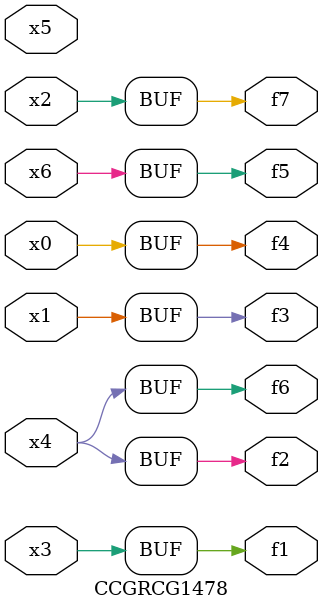
<source format=v>
module CCGRCG1478(
	input x0, x1, x2, x3, x4, x5, x6,
	output f1, f2, f3, f4, f5, f6, f7
);
	assign f1 = x3;
	assign f2 = x4;
	assign f3 = x1;
	assign f4 = x0;
	assign f5 = x6;
	assign f6 = x4;
	assign f7 = x2;
endmodule

</source>
